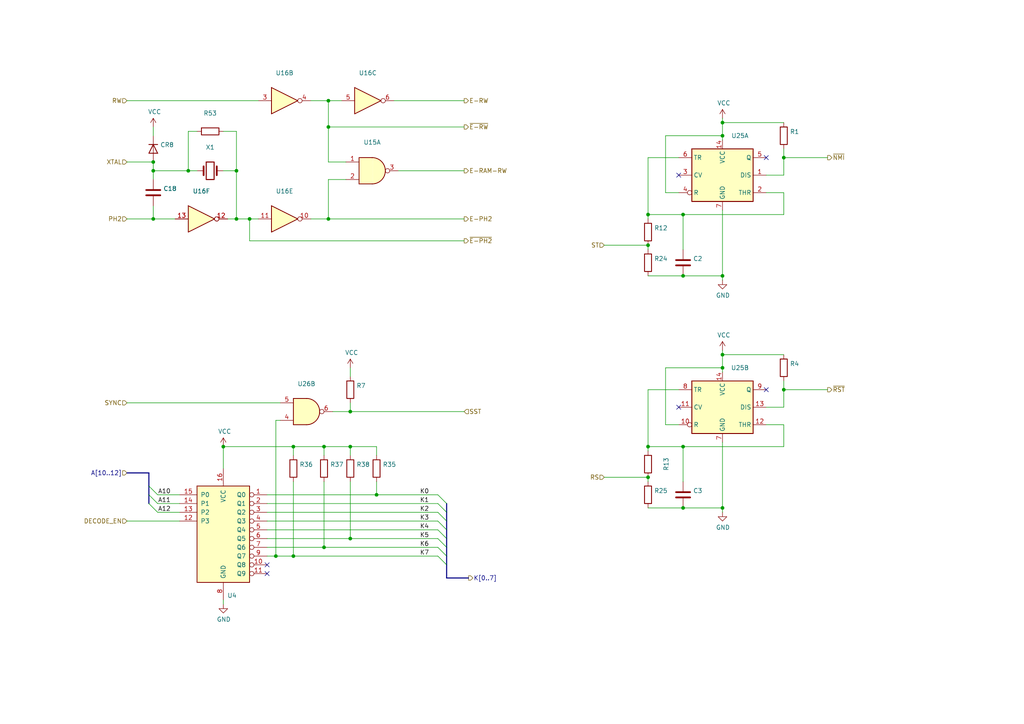
<source format=kicad_sch>
(kicad_sch (version 20211123) (generator eeschema)
  (paper "A4")
  (lib_symbols
    (symbol "74xx:7400" (pin_names (offset 1.016))
      (property "Reference" "U" (at 0 1.27 0))
      (property "Value" "7400" (at 0 -1.27 0))
      (symbol "7400_1_1"
        (arc (start 0 -3.81) (mid 3.81 0) (end 0 3.81) (stroke (width 0.254)) (fill (type background)))
        (polyline (pts (xy 0 3.81) (xy -3.81 3.81) (xy -3.81 -3.81) (xy 0 -3.81)) (stroke (width 0.254)) (fill (type background)))
        (pin input line (at -7.62 2.54 0) (length 3.81) (name "~") (number "1"))
        (pin input line (at -7.62 -2.54 0) (length 3.81) (name "~") (number "2"))
        (pin output inverted (at 7.62 0 180) (length 3.81) (name "~") (number "3"))
      )
      (symbol "7400_1_2"
        (arc (start -3.81 -3.81) (mid -2.589 0) (end -3.81 3.81) (stroke (width 0.254)))
        (arc (start -0.6096 -3.81) (mid 2.1842 -2.5851) (end 3.81 0) (stroke (width 0.254)) (fill (type background)))
        (polyline (pts (xy -3.81 -3.81) (xy -0.635 -3.81)) (stroke (width 0.254)) (fill (type background)))
        (polyline (pts (xy -3.81 3.81) (xy -0.635 3.81)) (stroke (width 0.254)) (fill (type background)))
        (polyline (pts (xy -0.635 3.81) (xy -3.81 3.81) (xy -3.81 3.81) (xy -3.556 3.4036) (xy -3.0226 2.2606) (xy -2.6924 1.0414) (xy -2.6162 -0.254) (xy -2.7686 -1.4986) (xy -3.175 -2.7178) (xy -3.81 -3.81) (xy -3.81 -3.81) (xy -0.635 -3.81)) (stroke (width -25.4)) (fill (type background)))
        (arc (start 3.81 0) (mid 2.1915 2.5936) (end -0.6096 3.81) (stroke (width 0.254)) (fill (type background)))
        (pin input inverted (at -7.62 2.54 0) (length 4.318) (name "~") (number "1"))
        (pin input inverted (at -7.62 -2.54 0) (length 4.318) (name "~") (number "2"))
        (pin output line (at 7.62 0 180) (length 3.81) (name "~") (number "3"))
      )
      (symbol "7400_2_1"
        (arc (start 0 -3.81) (mid 3.81 0) (end 0 3.81) (stroke (width 0.254)) (fill (type background)))
        (polyline (pts (xy 0 3.81) (xy -3.81 3.81) (xy -3.81 -3.81) (xy 0 -3.81)) (stroke (width 0.254)) (fill (type background)))
        (pin input line (at -7.62 2.54 0) (length 3.81) (name "~") (number "4"))
        (pin input line (at -7.62 -2.54 0) (length 3.81) (name "~") (number "5"))
        (pin output inverted (at 7.62 0 180) (length 3.81) (name "~") (number "6"))
      )
      (symbol "7400_2_2"
        (arc (start -3.81 -3.81) (mid -2.589 0) (end -3.81 3.81) (stroke (width 0.254)))
        (arc (start -0.6096 -3.81) (mid 2.1842 -2.5851) (end 3.81 0) (stroke (width 0.254)) (fill (type background)))
        (polyline (pts (xy -3.81 -3.81) (xy -0.635 -3.81)) (stroke (width 0.254)) (fill (type background)))
        (polyline (pts (xy -3.81 3.81) (xy -0.635 3.81)) (stroke (width 0.254)) (fill (type background)))
        (polyline (pts (xy -0.635 3.81) (xy -3.81 3.81) (xy -3.81 3.81) (xy -3.556 3.4036) (xy -3.0226 2.2606) (xy -2.6924 1.0414) (xy -2.6162 -0.254) (xy -2.7686 -1.4986) (xy -3.175 -2.7178) (xy -3.81 -3.81) (xy -3.81 -3.81) (xy -0.635 -3.81)) (stroke (width -25.4)) (fill (type background)))
        (arc (start 3.81 0) (mid 2.1915 2.5936) (end -0.6096 3.81) (stroke (width 0.254)) (fill (type background)))
        (pin input inverted (at -7.62 2.54 0) (length 4.318) (name "~") (number "4"))
        (pin input inverted (at -7.62 -2.54 0) (length 4.318) (name "~") (number "5"))
        (pin output line (at 7.62 0 180) (length 3.81) (name "~") (number "6"))
      )
      (symbol "7400_3_1"
        (arc (start 0 -3.81) (mid 3.81 0) (end 0 3.81) (stroke (width 0.254)) (fill (type background)))
        (polyline (pts (xy 0 3.81) (xy -3.81 3.81) (xy -3.81 -3.81) (xy 0 -3.81)) (stroke (width 0.254)) (fill (type background)))
        (pin input line (at -7.62 -2.54 0) (length 3.81) (name "~") (number "10"))
        (pin output inverted (at 7.62 0 180) (length 3.81) (name "~") (number "8"))
        (pin input line (at -7.62 2.54 0) (length 3.81) (name "~") (number "9"))
      )
      (symbol "7400_3_2"
        (arc (start -3.81 -3.81) (mid -2.589 0) (end -3.81 3.81) (stroke (width 0.254)))
        (arc (start -0.6096 -3.81) (mid 2.1842 -2.5851) (end 3.81 0) (stroke (width 0.254)) (fill (type background)))
        (polyline (pts (xy -3.81 -3.81) (xy -0.635 -3.81)) (stroke (width 0.254)) (fill (type background)))
        (polyline (pts (xy -3.81 3.81) (xy -0.635 3.81)) (stroke (width 0.254)) (fill (type background)))
        (polyline (pts (xy -0.635 3.81) (xy -3.81 3.81) (xy -3.81 3.81) (xy -3.556 3.4036) (xy -3.0226 2.2606) (xy -2.6924 1.0414) (xy -2.6162 -0.254) (xy -2.7686 -1.4986) (xy -3.175 -2.7178) (xy -3.81 -3.81) (xy -3.81 -3.81) (xy -0.635 -3.81)) (stroke (width -25.4)) (fill (type background)))
        (arc (start 3.81 0) (mid 2.1915 2.5936) (end -0.6096 3.81) (stroke (width 0.254)) (fill (type background)))
        (pin input inverted (at -7.62 -2.54 0) (length 4.318) (name "~") (number "10"))
        (pin output line (at 7.62 0 180) (length 3.81) (name "~") (number "8"))
        (pin input inverted (at -7.62 2.54 0) (length 4.318) (name "~") (number "9"))
      )
      (symbol "7400_4_1"
        (arc (start 0 -3.81) (mid 3.81 0) (end 0 3.81) (stroke (width 0.254)) (fill (type background)))
        (polyline (pts (xy 0 3.81) (xy -3.81 3.81) (xy -3.81 -3.81) (xy 0 -3.81)) (stroke (width 0.254)) (fill (type background)))
        (pin output inverted (at 7.62 0 180) (length 3.81) (name "~") (number "11"))
        (pin input line (at -7.62 2.54 0) (length 3.81) (name "~") (number "12"))
        (pin input line (at -7.62 -2.54 0) (length 3.81) (name "~") (number "13"))
      )
      (symbol "7400_4_2"
        (arc (start -3.81 -3.81) (mid -2.589 0) (end -3.81 3.81) (stroke (width 0.254)))
        (arc (start -0.6096 -3.81) (mid 2.1842 -2.5851) (end 3.81 0) (stroke (width 0.254)) (fill (type background)))
        (polyline (pts (xy -3.81 -3.81) (xy -0.635 -3.81)) (stroke (width 0.254)) (fill (type background)))
        (polyline (pts (xy -3.81 3.81) (xy -0.635 3.81)) (stroke (width 0.254)) (fill (type background)))
        (polyline (pts (xy -0.635 3.81) (xy -3.81 3.81) (xy -3.81 3.81) (xy -3.556 3.4036) (xy -3.0226 2.2606) (xy -2.6924 1.0414) (xy -2.6162 -0.254) (xy -2.7686 -1.4986) (xy -3.175 -2.7178) (xy -3.81 -3.81) (xy -3.81 -3.81) (xy -0.635 -3.81)) (stroke (width -25.4)) (fill (type background)))
        (arc (start 3.81 0) (mid 2.1915 2.5936) (end -0.6096 3.81) (stroke (width 0.254)) (fill (type background)))
        (pin output line (at 7.62 0 180) (length 3.81) (name "~") (number "11"))
        (pin input inverted (at -7.62 2.54 0) (length 4.318) (name "~") (number "12"))
        (pin input inverted (at -7.62 -2.54 0) (length 4.318) (name "~") (number "13"))
      )
      (symbol "7400_5_0"
        (pin power_in line (at 0 12.7 270) (length 5.08) (name "VCC") (number "14"))
        (pin power_in line (at 0 -12.7 90) (length 5.08) (name "GND") (number "7"))
      )
      (symbol "7400_5_1"
        (rectangle (start -5.08 7.62) (end 5.08 -7.62) (stroke (width 0.254)) (fill (type background)))
      )
    )
    (symbol "74xx:74LS145" (pin_names (offset 1.016))
      (property "Reference" "U" (at -7.62 13.97 0))
      (property "Value" "74LS145" (at -7.62 -16.51 0))
      (symbol "74LS145_1_0"
        (pin open_collector inverted (at 12.7 10.16 180) (length 5.08) (name "Q0") (number "1"))
        (pin open_collector inverted (at 12.7 -10.16 180) (length 5.08) (name "Q8") (number "10"))
        (pin open_collector inverted (at 12.7 -12.7 180) (length 5.08) (name "Q9") (number "11"))
        (pin input line (at -12.7 2.54 0) (length 5.08) (name "P3") (number "12"))
        (pin input line (at -12.7 5.08 0) (length 5.08) (name "P2") (number "13"))
        (pin input line (at -12.7 7.62 0) (length 5.08) (name "P1") (number "14"))
        (pin input line (at -12.7 10.16 0) (length 5.08) (name "P0") (number "15"))
        (pin power_in line (at 0 17.78 270) (length 5.08) (name "VCC") (number "16"))
        (pin open_collector inverted (at 12.7 7.62 180) (length 5.08) (name "Q1") (number "2"))
        (pin open_collector inverted (at 12.7 5.08 180) (length 5.08) (name "Q2") (number "3"))
        (pin open_collector inverted (at 12.7 2.54 180) (length 5.08) (name "Q3") (number "4"))
        (pin open_collector inverted (at 12.7 0 180) (length 5.08) (name "Q4") (number "5"))
        (pin open_collector inverted (at 12.7 -2.54 180) (length 5.08) (name "Q5") (number "6"))
        (pin open_collector inverted (at 12.7 -5.08 180) (length 5.08) (name "Q6") (number "7"))
        (pin power_in line (at 0 -20.32 90) (length 5.08) (name "GND") (number "8"))
        (pin open_collector inverted (at 12.7 -7.62 180) (length 5.08) (name "Q7") (number "9"))
      )
      (symbol "74LS145_1_1"
        (rectangle (start -7.62 12.7) (end 7.62 -15.24) (stroke (width 0.254)) (fill (type background)))
      )
    )
    (symbol "Device:C" (pin_numbers hide) (pin_names (offset 0.254))
      (property "Reference" "C" (at 0.635 2.54 0))
      (property "Value" "C" (at 0.635 -2.54 0))
      (symbol "C_0_1"
        (polyline (pts (xy -2.032 -0.762) (xy 2.032 -0.762)) (stroke (width 0.508)))
        (polyline (pts (xy -2.032 0.762) (xy 2.032 0.762)) (stroke (width 0.508)))
      )
      (symbol "C_1_1"
        (pin passive line (at 0 3.81 270) (length 2.794) (name "~") (number "1"))
        (pin passive line (at 0 -3.81 90) (length 2.794) (name "~") (number "2"))
      )
    )
    (symbol "Device:Crystal" (pin_numbers hide) (pin_names (offset 1.016) hide)
      (property "Reference" "Y" (at 0 3.81 0))
      (property "Value" "Crystal" (at 0 -3.81 0))
      (symbol "Crystal_0_1"
        (rectangle (start -1.143 2.54) (end 1.143 -2.54) (stroke (width 0.3048)))
        (polyline (pts (xy -2.54 0) (xy -1.905 0)))
        (polyline (pts (xy -1.905 -1.27) (xy -1.905 1.27)) (stroke (width 0.508)))
        (polyline (pts (xy 1.905 -1.27) (xy 1.905 1.27)) (stroke (width 0.508)))
        (polyline (pts (xy 2.54 0) (xy 1.905 0)))
      )
      (symbol "Crystal_1_1"
        (pin passive line (at -3.81 0 0) (length 1.27) (name "1") (number "1"))
        (pin passive line (at 3.81 0 180) (length 1.27) (name "2") (number "2"))
      )
    )
    (symbol "Device:D" (pin_numbers hide) (pin_names (offset 1.016) hide)
      (property "Reference" "D" (at 0 2.54 0))
      (property "Value" "D" (at 0 -2.54 0))
      (symbol "D_0_1"
        (polyline (pts (xy -1.27 1.27) (xy -1.27 -1.27)) (stroke (width 0.254)))
        (polyline (pts (xy 1.27 0) (xy -1.27 0)))
        (polyline (pts (xy 1.27 1.27) (xy 1.27 -1.27) (xy -1.27 0) (xy 1.27 1.27)) (stroke (width 0.254)))
      )
      (symbol "D_1_1"
        (pin passive line (at -3.81 0 0) (length 2.54) (name "K") (number "1"))
        (pin passive line (at 3.81 0 180) (length 2.54) (name "A") (number "2"))
      )
    )
    (symbol "Device:R" (pin_numbers hide) (pin_names (offset 0))
      (property "Reference" "R" (at 2.032 0 90))
      (property "Value" "R" (at 0 0 90))
      (symbol "R_0_1"
        (rectangle (start -1.016 -2.54) (end 1.016 2.54) (stroke (width 0.254)))
      )
      (symbol "R_1_1"
        (pin passive line (at 0 3.81 270) (length 1.27) (name "~") (number "1"))
        (pin passive line (at 0 -3.81 90) (length 1.27) (name "~") (number "2"))
      )
    )
    (symbol "KIM1-rescue:7404-74xx_more" (pin_names (offset 1.016))
      (property "Reference" "U" (at 0 1.27 0))
      (property "Value" "7404-74xx_more" (at 0 -1.27 0))
      (symbol "7404-74xx_more_1_0"
        (polyline (pts (xy -3.81 3.81) (xy -3.81 -3.81) (xy 3.81 0) (xy -3.81 3.81)) (stroke (width 0.254)) (fill (type background)))
        (pin input line (at -7.62 0 0) (length 3.81) (name "~") (number "1"))
        (pin output inverted (at 7.62 0 180) (length 3.81) (name "~") (number "2"))
      )
      (symbol "7404-74xx_more_2_0"
        (polyline (pts (xy -3.81 3.81) (xy -3.81 -3.81) (xy 3.81 0) (xy -3.81 3.81)) (stroke (width 0.254)) (fill (type background)))
        (pin input line (at -7.62 0 0) (length 3.81) (name "~") (number "3"))
        (pin output inverted (at 7.62 0 180) (length 3.81) (name "~") (number "4"))
      )
      (symbol "7404-74xx_more_3_0"
        (polyline (pts (xy -3.81 3.81) (xy -3.81 -3.81) (xy 3.81 0) (xy -3.81 3.81)) (stroke (width 0.254)) (fill (type background)))
        (pin input line (at -7.62 0 0) (length 3.81) (name "~") (number "5"))
        (pin output inverted (at 7.62 0 180) (length 3.81) (name "~") (number "6"))
      )
      (symbol "7404-74xx_more_4_0"
        (polyline (pts (xy -3.81 3.81) (xy -3.81 -3.81) (xy 3.81 0) (xy -3.81 3.81)) (stroke (width 0.254)) (fill (type background)))
        (pin output inverted (at 7.62 0 180) (length 3.81) (name "~") (number "8"))
        (pin input line (at -7.62 0 0) (length 3.81) (name "~") (number "9"))
      )
      (symbol "7404-74xx_more_5_0"
        (polyline (pts (xy -3.81 3.81) (xy -3.81 -3.81) (xy 3.81 0) (xy -3.81 3.81)) (stroke (width 0.254)) (fill (type background)))
        (pin output inverted (at 7.62 0 180) (length 3.81) (name "~") (number "10"))
        (pin input line (at -7.62 0 0) (length 3.81) (name "~") (number "11"))
      )
      (symbol "7404-74xx_more_6_0"
        (polyline (pts (xy -3.81 3.81) (xy -3.81 -3.81) (xy 3.81 0) (xy -3.81 3.81)) (stroke (width 0.254)) (fill (type background)))
        (pin output inverted (at 7.62 0 180) (length 3.81) (name "~") (number "12"))
        (pin input line (at -7.62 0 0) (length 3.81) (name "~") (number "13"))
      )
      (symbol "7404-74xx_more_7_0"
        (pin power_in line (at 0 12.7 270) (length 5.08) (name "VCC") (number "14"))
        (pin power_in line (at 0 -12.7 90) (length 5.08) (name "GND") (number "7"))
      )
      (symbol "7404-74xx_more_7_1"
        (rectangle (start -5.08 7.62) (end 5.08 -7.62) (stroke (width 0.254)) (fill (type background)))
      )
    )
    (symbol "KIM1-rescue:7438-74xx_more" (pin_names (offset 1.016))
      (property "Reference" "U" (at 0 1.27 0))
      (property "Value" "7438-74xx_more" (at 0 -1.27 0))
      (symbol "7438-74xx_more_1_1"
        (arc (start 0 -3.81) (mid 3.81 0) (end 0 3.81) (stroke (width 0.254)) (fill (type background)))
        (polyline (pts (xy 0 3.81) (xy -3.81 3.81) (xy -3.81 -3.81) (xy 0 -3.81)) (stroke (width 0.254)) (fill (type background)))
        (pin input line (at -7.62 2.54 0) (length 3.81) (name "~") (number "1"))
        (pin input line (at -7.62 -2.54 0) (length 3.81) (name "~") (number "2"))
        (pin output inverted (at 7.62 0 180) (length 3.81) (name "~") (number "3"))
      )
      (symbol "7438-74xx_more_1_2"
        (arc (start -3.81 -3.81) (mid -2.589 0) (end -3.81 3.81) (stroke (width 0.254)))
        (arc (start -0.6096 -3.81) (mid 2.1842 -2.5851) (end 3.81 0) (stroke (width 0.254)) (fill (type background)))
        (polyline (pts (xy -3.81 -3.81) (xy -0.635 -3.81)) (stroke (width 0.254)) (fill (type background)))
        (polyline (pts (xy -3.81 3.81) (xy -0.635 3.81)) (stroke (width 0.254)) (fill (type background)))
        (polyline (pts (xy -0.635 3.81) (xy -3.81 3.81) (xy -3.81 3.81) (xy -3.556 3.4036) (xy -3.0226 2.2606) (xy -2.6924 1.0414) (xy -2.6162 -0.254) (xy -2.7686 -1.4986) (xy -3.175 -2.7178) (xy -3.81 -3.81) (xy -3.81 -3.81) (xy -0.635 -3.81)) (stroke (width -25.4)) (fill (type background)))
        (arc (start 3.81 0) (mid 2.1915 2.5936) (end -0.6096 3.81) (stroke (width 0.254)) (fill (type background)))
        (pin input inverted (at -7.62 2.54 0) (length 4.318) (name "~") (number "1"))
        (pin input inverted (at -7.62 -2.54 0) (length 4.318) (name "~") (number "2"))
        (pin output line (at 7.62 0 180) (length 3.81) (name "~") (number "3"))
      )
      (symbol "7438-74xx_more_2_1"
        (arc (start 0 -3.81) (mid 3.81 0) (end 0 3.81) (stroke (width 0.254)) (fill (type background)))
        (polyline (pts (xy 0 3.81) (xy -3.81 3.81) (xy -3.81 -3.81) (xy 0 -3.81)) (stroke (width 0.254)) (fill (type background)))
        (pin input line (at -7.62 2.54 0) (length 3.81) (name "~") (number "4"))
        (pin input line (at -7.62 -2.54 0) (length 3.81) (name "~") (number "5"))
        (pin output inverted (at 7.62 0 180) (length 3.81) (name "~") (number "6"))
      )
      (symbol "7438-74xx_more_2_2"
        (arc (start -3.81 -3.81) (mid -2.589 0) (end -3.81 3.81) (stroke (width 0.254)))
        (arc (start -0.6096 -3.81) (mid 2.1842 -2.5851) (end 3.81 0) (stroke (width 0.254)) (fill (type background)))
        (polyline (pts (xy -3.81 -3.81) (xy -0.635 -3.81)) (stroke (width 0.254)) (fill (type background)))
        (polyline (pts (xy -3.81 3.81) (xy -0.635 3.81)) (stroke (width 0.254)) (fill (type background)))
        (polyline (pts (xy -0.635 3.81) (xy -3.81 3.81) (xy -3.81 3.81) (xy -3.556 3.4036) (xy -3.0226 2.2606) (xy -2.6924 1.0414) (xy -2.6162 -0.254) (xy -2.7686 -1.4986) (xy -3.175 -2.7178) (xy -3.81 -3.81) (xy -3.81 -3.81) (xy -0.635 -3.81)) (stroke (width -25.4)) (fill (type background)))
        (arc (start 3.81 0) (mid 2.1915 2.5936) (end -0.6096 3.81) (stroke (width 0.254)) (fill (type background)))
        (pin input inverted (at -7.62 2.54 0) (length 4.318) (name "~") (number "4"))
        (pin input inverted (at -7.62 -2.54 0) (length 4.318) (name "~") (number "5"))
        (pin output line (at 7.62 0 180) (length 3.81) (name "~") (number "6"))
      )
      (symbol "7438-74xx_more_3_1"
        (arc (start 0 -3.81) (mid 3.81 0) (end 0 3.81) (stroke (width 0.254)) (fill (type background)))
        (polyline (pts (xy 0 3.81) (xy -3.81 3.81) (xy -3.81 -3.81) (xy 0 -3.81)) (stroke (width 0.254)) (fill (type background)))
        (pin input line (at -7.62 -2.54 0) (length 3.81) (name "~") (number "10"))
        (pin output inverted (at 7.62 0 180) (length 3.81) (name "~") (number "8"))
        (pin input line (at -7.62 2.54 0) (length 3.81) (name "~") (number "9"))
      )
      (symbol "7438-74xx_more_3_2"
        (arc (start -3.81 -3.81) (mid -2.589 0) (end -3.81 3.81) (stroke (width 0.254)))
        (arc (start -0.6096 -3.81) (mid 2.1842 -2.5851) (end 3.81 0) (stroke (width 0.254)) (fill (type background)))
        (polyline (pts (xy -3.81 -3.81) (xy -0.635 -3.81)) (stroke (width 0.254)) (fill (type background)))
        (polyline (pts (xy -3.81 3.81) (xy -0.635 3.81)) (stroke (width 0.254)) (fill (type background)))
        (polyline (pts (xy -0.635 3.81) (xy -3.81 3.81) (xy -3.81 3.81) (xy -3.556 3.4036) (xy -3.0226 2.2606) (xy -2.6924 1.0414) (xy -2.6162 -0.254) (xy -2.7686 -1.4986) (xy -3.175 -2.7178) (xy -3.81 -3.81) (xy -3.81 -3.81) (xy -0.635 -3.81)) (stroke (width -25.4)) (fill (type background)))
        (arc (start 3.81 0) (mid 2.1915 2.5936) (end -0.6096 3.81) (stroke (width 0.254)) (fill (type background)))
        (pin input inverted (at -7.62 -2.54 0) (length 4.318) (name "~") (number "10"))
        (pin output line (at 7.62 0 180) (length 3.81) (name "~") (number "8"))
        (pin input inverted (at -7.62 2.54 0) (length 4.318) (name "~") (number "9"))
      )
      (symbol "7438-74xx_more_4_1"
        (arc (start 0 -3.81) (mid 3.81 0) (end 0 3.81) (stroke (width 0.254)) (fill (type background)))
        (polyline (pts (xy 0 3.81) (xy -3.81 3.81) (xy -3.81 -3.81) (xy 0 -3.81)) (stroke (width 0.254)) (fill (type background)))
        (pin output inverted (at 7.62 0 180) (length 3.81) (name "~") (number "11"))
        (pin input line (at -7.62 2.54 0) (length 3.81) (name "~") (number "12"))
        (pin input line (at -7.62 -2.54 0) (length 3.81) (name "~") (number "13"))
      )
      (symbol "7438-74xx_more_4_2"
        (arc (start -3.81 -3.81) (mid -2.589 0) (end -3.81 3.81) (stroke (width 0.254)))
        (arc (start -0.6096 -3.81) (mid 2.1842 -2.5851) (end 3.81 0) (stroke (width 0.254)) (fill (type background)))
        (polyline (pts (xy -3.81 -3.81) (xy -0.635 -3.81)) (stroke (width 0.254)) (fill (type background)))
        (polyline (pts (xy -3.81 3.81) (xy -0.635 3.81)) (stroke (width 0.254)) (fill (type background)))
        (polyline (pts (xy -0.635 3.81) (xy -3.81 3.81) (xy -3.81 3.81) (xy -3.556 3.4036) (xy -3.0226 2.2606) (xy -2.6924 1.0414) (xy -2.6162 -0.254) (xy -2.7686 -1.4986) (xy -3.175 -2.7178) (xy -3.81 -3.81) (xy -3.81 -3.81) (xy -0.635 -3.81)) (stroke (width -25.4)) (fill (type background)))
        (arc (start 3.81 0) (mid 2.1915 2.5936) (end -0.6096 3.81) (stroke (width 0.254)) (fill (type background)))
        (pin output line (at 7.62 0 180) (length 3.81) (name "~") (number "11"))
        (pin input inverted (at -7.62 2.54 0) (length 4.318) (name "~") (number "12"))
        (pin input inverted (at -7.62 -2.54 0) (length 4.318) (name "~") (number "13"))
      )
      (symbol "7438-74xx_more_5_0"
        (pin power_in line (at 0 12.7 270) (length 5.08) (name "VCC") (number "14"))
        (pin power_in line (at 0 -12.7 90) (length 5.08) (name "GND") (number "7"))
      )
      (symbol "7438-74xx_more_5_1"
        (rectangle (start -5.08 7.62) (end 5.08 -7.62) (stroke (width 0.254)) (fill (type background)))
      )
    )
    (symbol "Timer:LM556"
      (property "Reference" "U" (at -10.16 8.89 0))
      (property "Value" "LM556" (at -10.16 -8.89 0))
      (symbol "LM556_0_0"
        (pin power_in line (at 0 10.16 270) (length 2.54) (name "VCC") (number "14"))
        (pin power_in line (at 0 -10.16 90) (length 2.54) (name "GND") (number "7"))
      )
      (symbol "LM556_0_1"
        (rectangle (start -8.89 -7.62) (end 8.89 7.62) (stroke (width 0.254)) (fill (type background)))
        (rectangle (start -8.89 -7.62) (end 8.89 7.62) (stroke (width 0.254)) (fill (type background)))
      )
      (symbol "LM556_1_1"
        (pin input line (at 12.7 0 180) (length 3.81) (name "DIS") (number "1"))
        (pin input line (at 12.7 -5.08 180) (length 3.81) (name "THR") (number "2"))
        (pin input line (at -12.7 0 0) (length 3.81) (name "CV") (number "3"))
        (pin input inverted (at -12.7 -5.08 0) (length 3.81) (name "R") (number "4"))
        (pin output line (at 12.7 5.08 180) (length 3.81) (name "Q") (number "5"))
        (pin input line (at -12.7 5.08 0) (length 3.81) (name "TR") (number "6"))
      )
      (symbol "LM556_2_1"
        (pin input inverted (at -12.7 -5.08 0) (length 3.81) (name "R") (number "10"))
        (pin input line (at -12.7 0 0) (length 3.81) (name "CV") (number "11"))
        (pin input line (at 12.7 -5.08 180) (length 3.81) (name "THR") (number "12"))
        (pin input line (at 12.7 0 180) (length 3.81) (name "DIS") (number "13"))
        (pin input line (at -12.7 5.08 0) (length 3.81) (name "TR") (number "8"))
        (pin output line (at 12.7 5.08 180) (length 3.81) (name "Q") (number "9"))
      )
    )
    (symbol "power:GND" (power) (pin_names (offset 0))
      (property "Value" "GND" (at 0 -3.81 0))
      (symbol "GND_0_1"
        (polyline (pts (xy 0 0) (xy 0 -1.27) (xy 1.27 -1.27) (xy 0 -2.54) (xy -1.27 -1.27) (xy 0 -1.27)))
      )
      (symbol "GND_1_1"
        (pin power_in line (at 0 0 270) (length 0) hide (name "GND") (number "1"))
      )
    )
    (symbol "power:VCC" (power) (pin_names (offset 0))
      (property "Value" "VCC" (at 0 3.81 0))
      (symbol "VCC_0_1"
        (polyline (pts (xy -0.762 1.27) (xy 0 2.54)))
        (polyline (pts (xy 0 0) (xy 0 2.54)))
        (polyline (pts (xy 0 2.54) (xy 0.762 1.27)))
      )
      (symbol "VCC_1_1"
        (pin power_in line (at 0 0 90) (length 0) hide (name "VCC") (number "1"))
      )
    )
  )
  (junction (at 101.6 119.38))
  (junction (at 95.25 29.21))
  (junction (at 198.12 147.32))
  (junction (at 101.6 156.21))
  (junction (at 68.58 63.5))
  (junction (at 209.55 102.87))
  (junction (at 85.09 161.29))
  (junction (at 93.98 158.75))
  (junction (at 95.25 63.5))
  (junction (at 95.25 36.83))
  (junction (at 209.55 39.37))
  (junction (at 209.55 35.56))
  (junction (at 44.45 63.5))
  (junction (at 198.12 62.23))
  (junction (at 85.09 129.54))
  (junction (at 187.96 138.43))
  (junction (at 80.01 161.29))
  (junction (at 44.45 46.99))
  (junction (at 209.55 80.01))
  (junction (at 187.96 129.54))
  (junction (at 64.77 129.54))
  (junction (at 72.39 63.5))
  (junction (at 109.22 143.51))
  (junction (at 209.55 147.32))
  (junction (at 68.58 49.53))
  (junction (at 101.6 129.54))
  (junction (at 54.61 49.53))
  (junction (at 187.96 71.12))
  (junction (at 198.12 129.54))
  (junction (at 44.45 49.53))
  (junction (at 209.55 106.68))
  (junction (at 93.98 129.54))
  (junction (at 187.96 62.23))
  (junction (at 227.33 45.72))
  (junction (at 198.12 80.01))
  (junction (at 227.33 113.03))
  (no_connect (at 77.47 166.37))
  (no_connect (at 77.47 163.83))
  (no_connect (at 222.25 45.72))
  (no_connect (at 196.85 50.8))
  (no_connect (at 196.85 118.11))
  (no_connect (at 222.25 113.03))
  (bus_entry (at 127 143.51) (size 2.54 2.54))
  (bus_entry (at 127 151.13) (size 2.54 2.54))
  (bus_entry (at 43.18 146.05) (size 2.54 2.54))
  (bus_entry (at 127 148.59) (size 2.54 2.54))
  (bus_entry (at 43.18 143.51) (size 2.54 2.54))
  (bus_entry (at 127 146.05) (size 2.54 2.54))
  (bus_entry (at 127 161.29) (size 2.54 2.54))
  (bus_entry (at 127 156.21) (size 2.54 2.54))
  (bus_entry (at 127 158.75) (size 2.54 2.54))
  (bus_entry (at 127 153.67) (size 2.54 2.54))
  (bus_entry (at 43.18 140.97) (size 2.54 2.54))
  (wire (pts (xy 198.12 129.54) (xy 187.96 129.54)))
  (wire (pts (xy 187.96 62.23) (xy 187.96 63.5)))
  (wire (pts (xy 227.33 35.56) (xy 209.55 35.56)))
  (wire (pts (xy 77.47 156.21) (xy 101.6 156.21)))
  (wire (pts (xy 187.96 45.72) (xy 187.96 62.23)))
  (wire (pts (xy 109.22 132.08) (xy 109.22 129.54)))
  (wire (pts (xy 209.55 34.29) (xy 209.55 35.56)))
  (wire (pts (xy 64.77 38.1) (xy 68.58 38.1)))
  (bus (pts (xy 129.54 146.05) (xy 129.54 148.59)))
  (wire (pts (xy 68.58 38.1) (xy 68.58 49.53)))
  (wire (pts (xy 96.52 119.38) (xy 101.6 119.38)))
  (wire (pts (xy 193.04 123.19) (xy 196.85 123.19)))
  (wire (pts (xy 227.33 62.23) (xy 198.12 62.23)))
  (bus (pts (xy 43.18 137.16) (xy 36.83 137.16)))
  (wire (pts (xy 198.12 62.23) (xy 187.96 62.23)))
  (wire (pts (xy 227.33 50.8) (xy 227.33 45.72)))
  (wire (pts (xy 209.55 101.6) (xy 209.55 102.87)))
  (wire (pts (xy 227.33 129.54) (xy 227.33 123.19)))
  (wire (pts (xy 77.47 153.67) (xy 127 153.67)))
  (wire (pts (xy 227.33 62.23) (xy 227.33 55.88)))
  (wire (pts (xy 101.6 106.68) (xy 101.6 109.22)))
  (wire (pts (xy 77.47 146.05) (xy 127 146.05)))
  (wire (pts (xy 134.62 63.5) (xy 95.25 63.5)))
  (wire (pts (xy 187.96 71.12) (xy 175.26 71.12)))
  (wire (pts (xy 209.55 35.56) (xy 209.55 39.37)))
  (bus (pts (xy 43.18 137.16) (xy 43.18 140.97)))
  (wire (pts (xy 77.47 151.13) (xy 127 151.13)))
  (wire (pts (xy 77.47 161.29) (xy 80.01 161.29)))
  (wire (pts (xy 222.25 118.11) (xy 227.33 118.11)))
  (wire (pts (xy 64.77 173.99) (xy 64.77 175.26)))
  (wire (pts (xy 77.47 148.59) (xy 127 148.59)))
  (wire (pts (xy 209.55 39.37) (xy 193.04 39.37)))
  (wire (pts (xy 68.58 63.5) (xy 72.39 63.5)))
  (wire (pts (xy 209.55 39.37) (xy 209.55 40.64)))
  (wire (pts (xy 187.96 113.03) (xy 187.96 129.54)))
  (wire (pts (xy 64.77 129.54) (xy 64.77 135.89)))
  (bus (pts (xy 43.18 140.97) (xy 43.18 143.51)))
  (wire (pts (xy 187.96 138.43) (xy 175.26 138.43)))
  (wire (pts (xy 85.09 139.7) (xy 85.09 161.29)))
  (wire (pts (xy 64.77 49.53) (xy 68.58 49.53)))
  (wire (pts (xy 134.62 49.53) (xy 115.57 49.53)))
  (wire (pts (xy 209.55 80.01) (xy 209.55 81.28)))
  (wire (pts (xy 44.45 49.53) (xy 44.45 52.07)))
  (wire (pts (xy 187.96 138.43) (xy 187.96 139.7)))
  (wire (pts (xy 109.22 143.51) (xy 127 143.51)))
  (wire (pts (xy 85.09 161.29) (xy 127 161.29)))
  (wire (pts (xy 227.33 123.19) (xy 222.25 123.19)))
  (wire (pts (xy 44.45 46.99) (xy 36.83 46.99)))
  (wire (pts (xy 198.12 139.7) (xy 198.12 129.54)))
  (bus (pts (xy 43.18 143.51) (xy 43.18 146.05)))
  (wire (pts (xy 101.6 129.54) (xy 93.98 129.54)))
  (wire (pts (xy 240.03 113.03) (xy 227.33 113.03)))
  (wire (pts (xy 193.04 39.37) (xy 193.04 55.88)))
  (wire (pts (xy 95.25 46.99) (xy 95.25 36.83)))
  (wire (pts (xy 68.58 63.5) (xy 68.58 49.53)))
  (wire (pts (xy 72.39 69.85) (xy 72.39 63.5)))
  (wire (pts (xy 134.62 36.83) (xy 95.25 36.83)))
  (wire (pts (xy 100.33 52.07) (xy 95.25 52.07)))
  (wire (pts (xy 93.98 132.08) (xy 93.98 129.54)))
  (wire (pts (xy 187.96 71.12) (xy 187.96 72.39)))
  (wire (pts (xy 81.28 121.92) (xy 80.01 121.92)))
  (wire (pts (xy 95.25 29.21) (xy 99.06 29.21)))
  (wire (pts (xy 227.33 129.54) (xy 198.12 129.54)))
  (wire (pts (xy 93.98 129.54) (xy 85.09 129.54)))
  (wire (pts (xy 187.96 113.03) (xy 196.85 113.03)))
  (wire (pts (xy 198.12 147.32) (xy 187.96 147.32)))
  (wire (pts (xy 80.01 161.29) (xy 85.09 161.29)))
  (wire (pts (xy 45.72 146.05) (xy 52.07 146.05)))
  (wire (pts (xy 77.47 143.51) (xy 109.22 143.51)))
  (wire (pts (xy 101.6 139.7) (xy 101.6 156.21)))
  (wire (pts (xy 209.55 102.87) (xy 209.55 106.68)))
  (wire (pts (xy 101.6 156.21) (xy 127 156.21)))
  (wire (pts (xy 193.04 55.88) (xy 196.85 55.88)))
  (wire (pts (xy 90.17 29.21) (xy 95.25 29.21)))
  (wire (pts (xy 240.03 45.72) (xy 227.33 45.72)))
  (wire (pts (xy 54.61 49.53) (xy 44.45 49.53)))
  (wire (pts (xy 45.72 143.51) (xy 52.07 143.51)))
  (wire (pts (xy 227.33 45.72) (xy 227.33 43.18)))
  (wire (pts (xy 80.01 121.92) (xy 80.01 161.29)))
  (wire (pts (xy 227.33 102.87) (xy 209.55 102.87)))
  (wire (pts (xy 198.12 80.01) (xy 209.55 80.01)))
  (wire (pts (xy 109.22 129.54) (xy 101.6 129.54)))
  (wire (pts (xy 209.55 106.68) (xy 209.55 107.95)))
  (wire (pts (xy 209.55 60.96) (xy 209.55 80.01)))
  (wire (pts (xy 44.45 63.5) (xy 50.8 63.5)))
  (wire (pts (xy 227.33 55.88) (xy 222.25 55.88)))
  (bus (pts (xy 129.54 156.21) (xy 129.54 158.75)))
  (wire (pts (xy 77.47 158.75) (xy 93.98 158.75)))
  (wire (pts (xy 198.12 80.01) (xy 187.96 80.01)))
  (bus (pts (xy 129.54 153.67) (xy 129.54 156.21)))
  (wire (pts (xy 101.6 119.38) (xy 101.6 116.84)))
  (wire (pts (xy 198.12 72.39) (xy 198.12 62.23)))
  (wire (pts (xy 187.96 129.54) (xy 187.96 130.81)))
  (wire (pts (xy 95.25 63.5) (xy 90.17 63.5)))
  (wire (pts (xy 72.39 63.5) (xy 74.93 63.5)))
  (bus (pts (xy 129.54 158.75) (xy 129.54 161.29)))
  (wire (pts (xy 85.09 132.08) (xy 85.09 129.54)))
  (bus (pts (xy 129.54 161.29) (xy 129.54 163.83)))
  (wire (pts (xy 95.25 52.07) (xy 95.25 63.5)))
  (wire (pts (xy 93.98 139.7) (xy 93.98 158.75)))
  (wire (pts (xy 57.15 38.1) (xy 54.61 38.1)))
  (wire (pts (xy 209.55 106.68) (xy 193.04 106.68)))
  (wire (pts (xy 209.55 128.27) (xy 209.55 147.32)))
  (wire (pts (xy 36.83 63.5) (xy 44.45 63.5)))
  (wire (pts (xy 134.62 69.85) (xy 72.39 69.85)))
  (wire (pts (xy 101.6 132.08) (xy 101.6 129.54)))
  (wire (pts (xy 52.07 151.13) (xy 36.83 151.13)))
  (wire (pts (xy 54.61 38.1) (xy 54.61 49.53)))
  (wire (pts (xy 187.96 45.72) (xy 196.85 45.72)))
  (wire (pts (xy 227.33 113.03) (xy 227.33 110.49)))
  (wire (pts (xy 222.25 50.8) (xy 227.33 50.8)))
  (wire (pts (xy 100.33 46.99) (xy 95.25 46.99)))
  (bus (pts (xy 129.54 148.59) (xy 129.54 151.13)))
  (wire (pts (xy 74.93 29.21) (xy 36.83 29.21)))
  (wire (pts (xy 93.98 158.75) (xy 127 158.75)))
  (wire (pts (xy 44.45 59.69) (xy 44.45 63.5)))
  (wire (pts (xy 44.45 46.99) (xy 44.45 49.53)))
  (wire (pts (xy 44.45 36.83) (xy 44.45 39.37)))
  (wire (pts (xy 193.04 106.68) (xy 193.04 123.19)))
  (wire (pts (xy 36.83 116.84) (xy 81.28 116.84)))
  (wire (pts (xy 66.04 63.5) (xy 68.58 63.5)))
  (wire (pts (xy 198.12 147.32) (xy 209.55 147.32)))
  (bus (pts (xy 129.54 167.64) (xy 135.89 167.64)))
  (wire (pts (xy 227.33 118.11) (xy 227.33 113.03)))
  (wire (pts (xy 109.22 139.7) (xy 109.22 143.51)))
  (wire (pts (xy 134.62 29.21) (xy 114.3 29.21)))
  (wire (pts (xy 57.15 49.53) (xy 54.61 49.53)))
  (bus (pts (xy 129.54 163.83) (xy 129.54 167.64)))
  (wire (pts (xy 95.25 36.83) (xy 95.25 29.21)))
  (wire (pts (xy 209.55 147.32) (xy 209.55 148.59)))
  (wire (pts (xy 45.72 148.59) (xy 52.07 148.59)))
  (wire (pts (xy 101.6 119.38) (xy 134.62 119.38)))
  (wire (pts (xy 85.09 129.54) (xy 64.77 129.54)))
  (bus (pts (xy 129.54 151.13) (xy 129.54 153.67)))
  (label "K5" (at 124.46 156.21 180))
  (label "A10" (at 49.53 143.51 180))
  (label "K3" (at 124.46 151.13 180))
  (label "K0" (at 124.46 143.51 180))
  (label "A11" (at 49.53 146.05 180))
  (label "K1" (at 124.46 146.05 180))
  (label "K2" (at 124.46 148.59 180))
  (label "K4" (at 124.46 153.67 180))
  (label "K7" (at 124.46 161.29 180))
  (label "K6" (at 124.46 158.75 180))
  (label "A12" (at 49.53 148.59 180))
  (hierarchical_label "E-RAM-RW" (shape output) (at 134.62 49.53 0))
  (hierarchical_label "~{E-PH2}" (shape output) (at 134.62 69.85 0))
  (hierarchical_label "RW" (shape input) (at 36.83 29.21 180))
  (hierarchical_label "SST" (shape input) (at 134.62 119.38 0))
  (hierarchical_label "~{E-RW}" (shape output) (at 134.62 36.83 0))
  (hierarchical_label "ST" (shape input) (at 175.26 71.12 180))
  (hierarchical_label "XTAL" (shape input) (at 36.83 46.99 180))
  (hierarchical_label "PH2" (shape input) (at 36.83 63.5 180))
  (hierarchical_label "E-PH2" (shape output) (at 134.62 63.5 0))
  (hierarchical_label "~{NMI}" (shape output) (at 240.03 45.72 0))
  (hierarchical_label "DECODE_EN" (shape input) (at 36.83 151.13 180))
  (hierarchical_label "~{RST}" (shape output) (at 240.03 113.03 0))
  (hierarchical_label "SYNC" (shape input) (at 36.83 116.84 180))
  (hierarchical_label "E-RW" (shape output) (at 134.62 29.21 0))
  (hierarchical_label "RS" (shape input) (at 175.26 138.43 180))
  (hierarchical_label "K[0..7]" (shape output) (at 135.89 167.64 0))
  (hierarchical_label "A[10..12]" (shape input) (at 36.83 137.16 180))
  (symbol (lib_id "74xx:7400") (at 107.95 49.53 0) (unit 1)
    (property "Reference" "U15" (at 107.95 41.275 0))
    (property "Datasheet" "http://www.ti.com/lit/gpn/sn7400" (effects hide))
  )
  (symbol (lib_id "KIM1-rescue:7404-74xx_more") (at 82.55 29.21 0) (unit 2)
    (property "Reference" "U16" (at 82.55 21.1582 0))
    (property "Datasheet" "https://www.ti.com/lit/ds/symlink/sn7404.pdf" (effects hide))
  )
  (symbol (lib_id "KIM1-rescue:7404-74xx_more") (at 106.68 29.21 0) (unit 3)
    (property "Reference" "U16" (at 106.68 21.1582 0))
    (property "Datasheet" "https://www.ti.com/lit/ds/symlink/sn7404.pdf" (effects hide))
  )
  (symbol (lib_id "KIM1-rescue:7404-74xx_more") (at 82.55 63.5 0) (unit 5)
    (property "Reference" "U16" (at 82.55 55.4482 0))
    (property "Datasheet" "https://www.ti.com/lit/ds/symlink/sn7404.pdf" (effects hide))
  )
  (symbol (lib_id "KIM1-rescue:7404-74xx_more") (at 58.42 63.5 0) (unit 6)
    (property "Reference" "U16" (at 58.42 55.4482 0))
    (property "Datasheet" "https://www.ti.com/lit/ds/symlink/sn7404.pdf" (effects hide))
  )
  (symbol (lib_id "Device:C") (at 44.45 55.88 0) (unit 1)
    (property "Reference" "C18" (at 47.371 54.7116 0) (effects (justify left)))
  )
  (symbol (lib_id "Device:D") (at 44.45 43.18 270) (unit 1)
    (property "Reference" "CR8" (at 46.482 42.0116 90) (effects (justify left)))
  )
  (symbol (lib_id "Device:Crystal") (at 60.96 49.53 0) (unit 1)
    (property "Reference" "X1" (at 60.96 42.7228 0))
  )
  (symbol (lib_id "Device:R") (at 60.96 38.1 270) (unit 1)
    (property "Reference" "R53" (at 60.96 32.8422 90))
  )
  (symbol (lib_id "power:VCC") (at 44.45 36.83 0) (unit 1)
    (property "Reference" "#PWR0149" (effects hide))
  )
  (symbol (lib_id "74xx:74LS145") (at 64.77 153.67 0) (unit 1)
    (property "Reference" "U4" (at 67.31 172.72 0))
    (property "Datasheet" "http://www.ti.com/lit/gpn/sn74LS145" (effects hide))
  )
  (symbol (lib_id "power:VCC") (at 64.77 129.54 0) (unit 1)
    (property "Reference" "#PWR0150" (effects hide))
  )
  (symbol (lib_id "power:GND") (at 64.77 175.26 0) (unit 1)
    (property "Reference" "#PWR0151" (effects hide))
  )
  (symbol (lib_id "Device:R") (at 85.09 135.89 180) (unit 1)
    (property "Reference" "R36" (at 86.868 134.7216 0) (effects (justify right)))
  )
  (symbol (lib_id "Device:R") (at 93.98 135.89 180) (unit 1)
    (property "Reference" "R37" (at 95.758 134.7216 0) (effects (justify right)))
  )
  (symbol (lib_id "Device:R") (at 101.6 135.89 180) (unit 1)
    (property "Reference" "R38" (at 103.378 134.7216 0) (effects (justify right)))
  )
  (symbol (lib_id "Device:R") (at 109.22 135.89 180) (unit 1)
    (property "Reference" "R35" (at 110.998 134.7216 0) (effects (justify right)))
  )
  (symbol (lib_id "KIM1-rescue:7438-74xx_more") (at 88.9 119.38 0) (mirror x) (unit 2)
    (property "Reference" "U26" (at 88.9 111.3282 0))
    (property "Datasheet" "http://www.ti.com/lit/gpn/sn7438" (effects hide))
  )
  (symbol (lib_id "Device:R") (at 101.6 113.03 180) (unit 1)
    (property "Reference" "R7" (at 103.378 111.8616 0) (effects (justify right)))
  )
  (symbol (lib_id "power:VCC") (at 101.6 106.68 0) (unit 1)
    (property "Reference" "#PWR0152" (effects hide))
  )
  (symbol (lib_id "power:VCC") (at 209.55 101.6 0) (unit 1)
    (property "Reference" "#PWR0153" (effects hide))
  )
  (symbol (lib_id "Timer:LM556") (at 209.55 118.11 0) (unit 2)
    (property "Reference" "U25" (at 214.63 106.68 0))
    (property "Datasheet" "http://www.ti.com/lit/ds/symlink/lm556.pdf" (effects hide))
  )
  (symbol (lib_id "power:GND") (at 209.55 148.59 0) (unit 1)
    (property "Reference" "#PWR0154" (effects hide))
  )
  (symbol (lib_id "Device:R") (at 227.33 106.68 180) (unit 1)
    (property "Reference" "R4" (at 229.108 105.5116 0) (effects (justify right)))
  )
  (symbol (lib_id "Device:C") (at 198.12 143.51 0) (unit 1)
    (property "Reference" "C3" (at 201.041 142.3416 0) (effects (justify left)))
  )
  (symbol (lib_id "Device:R") (at 187.96 134.62 0) (unit 1)
    (property "Reference" "R13" (at 193.2178 134.62 90))
  )
  (symbol (lib_id "Device:R") (at 187.96 143.51 0) (unit 1)
    (property "Reference" "R25" (at 189.738 142.3416 0) (effects (justify left)))
  )
  (symbol (lib_id "power:VCC") (at 209.55 34.29 0) (unit 1)
    (property "Reference" "#PWR0155" (effects hide))
  )
  (symbol (lib_id "Timer:LM556") (at 209.55 50.8 0) (unit 1)
    (property "Reference" "U25" (at 214.63 39.37 0))
    (property "Datasheet" "http://www.ti.com/lit/ds/symlink/lm556.pdf" (effects hide))
  )
  (symbol (lib_id "power:GND") (at 209.55 81.28 0) (unit 1)
    (property "Reference" "#PWR0156" (effects hide))
  )
  (symbol (lib_id "Device:R") (at 227.33 39.37 180) (unit 1)
    (property "Reference" "R1" (at 229.108 38.2016 0) (effects (justify right)))
  )
  (symbol (lib_id "Device:C") (at 198.12 76.2 0) (unit 1)
    (property "Reference" "C2" (at 201.041 75.0316 0) (effects (justify left)))
  )
  (symbol (lib_id "Device:R") (at 187.96 67.31 0) (unit 1)
    (property "Reference" "R12" (at 189.738 66.1416 0) (effects (justify left)))
  )
  (symbol (lib_id "Device:R") (at 187.96 76.2 0) (unit 1)
    (property "Reference" "R24" (at 189.738 75.0316 0) (effects (justify left)))
  )
)
</source>
